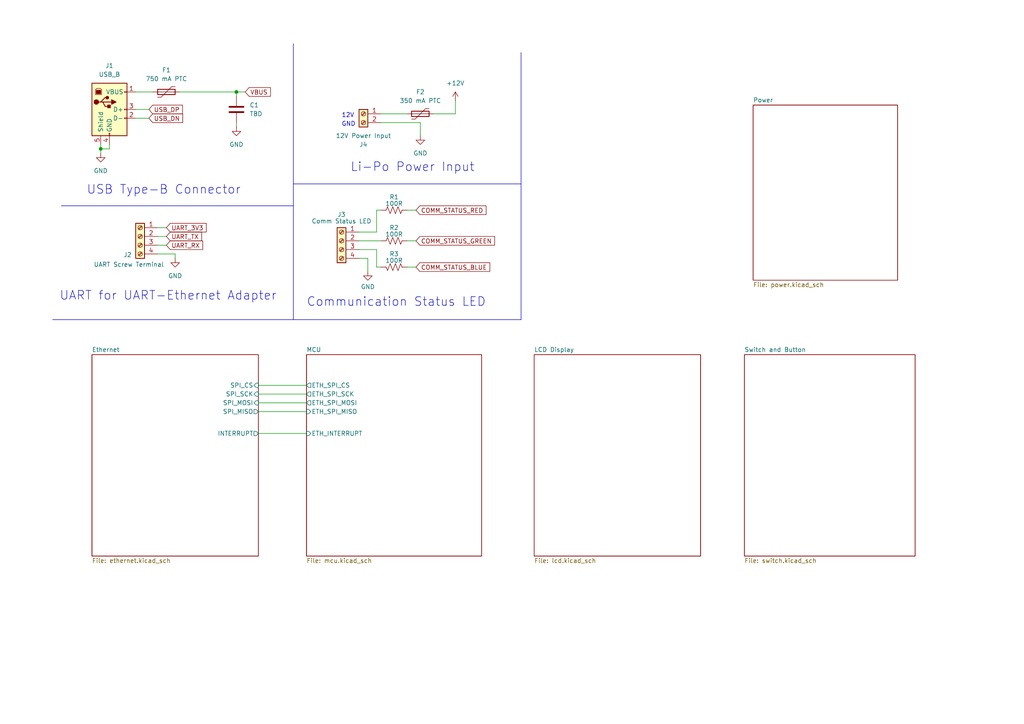
<source format=kicad_sch>
(kicad_sch (version 20231120) (generator "eeschema") (generator_version "8.0")
  (paper "A4")
  (title_block (title "Top level connection and connectors") (date "2025-03-19"))
  (lib_symbols
    (symbol "Connector:Screw_Terminal_01x02" (pin_names (offset 1.016) hide)
      (property "Reference" "J" (at 0 2.54 0))
      (property "Value" "Screw_Terminal_01x02" (at 0 -5.08 0))
      (symbol "Screw_Terminal_01x02_1_1"
        (rectangle (start -1.27 1.27) (end 1.27 -3.81) (stroke (width 0.254)) (fill (type background)))
        (circle (center 0 -2.54) (radius 0.635) (stroke (width 0.1524)))
        (polyline (pts (xy -0.5334 -2.2098) (xy 0.3302 -3.048)) (stroke (width 0.1524)))
        (polyline (pts (xy -0.5334 0.3302) (xy 0.3302 -0.508)) (stroke (width 0.1524)))
        (polyline (pts (xy -0.3556 -2.032) (xy 0.508 -2.8702)) (stroke (width 0.1524)))
        (polyline (pts (xy -0.3556 0.508) (xy 0.508 -0.3302)) (stroke (width 0.1524)))
        (circle (center 0 0) (radius 0.635) (stroke (width 0.1524)))
        (pin passive line (at -5.08 0 0) (length 3.81) (name "Pin_1") (number "1"))
        (pin passive line (at -5.08 -2.54 0) (length 3.81) (name "Pin_2") (number "2"))
      )
    )
    (symbol "Connector:Screw_Terminal_01x04" (pin_names (offset 1.016) hide)
      (property "Reference" "J" (at 0 5.08 0))
      (property "Value" "Screw_Terminal_01x04" (at 0 -7.62 0))
      (symbol "Screw_Terminal_01x04_1_1"
        (rectangle (start -1.27 3.81) (end 1.27 -6.35) (stroke (width 0.254)) (fill (type background)))
        (circle (center 0 -5.08) (radius 0.635) (stroke (width 0.1524)))
        (circle (center 0 -2.54) (radius 0.635) (stroke (width 0.1524)))
        (polyline (pts (xy -0.5334 -4.7498) (xy 0.3302 -5.588)) (stroke (width 0.1524)))
        (polyline (pts (xy -0.5334 -2.2098) (xy 0.3302 -3.048)) (stroke (width 0.1524)))
        (polyline (pts (xy -0.5334 0.3302) (xy 0.3302 -0.508)) (stroke (width 0.1524)))
        (polyline (pts (xy -0.5334 2.8702) (xy 0.3302 2.032)) (stroke (width 0.1524)))
        (polyline (pts (xy -0.3556 -4.572) (xy 0.508 -5.4102)) (stroke (width 0.1524)))
        (polyline (pts (xy -0.3556 -2.032) (xy 0.508 -2.8702)) (stroke (width 0.1524)))
        (polyline (pts (xy -0.3556 0.508) (xy 0.508 -0.3302)) (stroke (width 0.1524)))
        (polyline (pts (xy -0.3556 3.048) (xy 0.508 2.2098)) (stroke (width 0.1524)))
        (circle (center 0 0) (radius 0.635) (stroke (width 0.1524)))
        (circle (center 0 2.54) (radius 0.635) (stroke (width 0.1524)))
        (pin passive line (at -5.08 2.54 0) (length 3.81) (name "Pin_1") (number "1"))
        (pin passive line (at -5.08 0 0) (length 3.81) (name "Pin_2") (number "2"))
        (pin passive line (at -5.08 -2.54 0) (length 3.81) (name "Pin_3") (number "3"))
        (pin passive line (at -5.08 -5.08 0) (length 3.81) (name "Pin_4") (number "4"))
      )
    )
    (symbol "Connector:USB_B" (pin_names (offset 1.016))
      (property "Reference" "J" (at -5.08 11.43 0))
      (property "Value" "USB_B" (at -5.08 8.89 0))
      (symbol "USB_B_0_1"
        (rectangle (start -5.08 -7.62) (end 5.08 7.62) (stroke (width 0.254)) (fill (type background)))
        (circle (center -3.81 2.159) (radius 0.635) (stroke (width 0.254)) (fill (type outline)))
        (rectangle (start -3.81 5.588) (end -2.54 4.572) (fill (type outline)))
        (circle (center -0.635 3.429) (radius 0.381) (stroke (width 0.254)) (fill (type outline)))
        (rectangle (start -0.127 -7.62) (end 0.127 -6.858))
        (polyline (pts (xy -1.905 2.159) (xy 0.635 2.159)) (stroke (width 0.254)))
        (polyline (pts (xy -3.175 2.159) (xy -2.54 2.159) (xy -1.27 3.429) (xy -0.635 3.429)) (stroke (width 0.254)))
        (polyline (pts (xy -2.54 2.159) (xy -1.905 2.159) (xy -1.27 0.889) (xy 0 0.889)) (stroke (width 0.254)))
        (polyline (pts (xy 0.635 2.794) (xy 0.635 1.524) (xy 1.905 2.159) (xy 0.635 2.794)) (stroke (width 0.254)) (fill (type outline)))
        (polyline (pts (xy -4.064 4.318) (xy -2.286 4.318) (xy -2.286 5.715) (xy -2.667 6.096) (xy -3.683 6.096) (xy -4.064 5.715) (xy -4.064 4.318)))
        (rectangle (start 0.254 1.27) (end -0.508 0.508) (stroke (width 0.254)) (fill (type outline)))
        (rectangle (start 5.08 -2.667) (end 4.318 -2.413))
        (rectangle (start 5.08 -0.127) (end 4.318 0.127))
        (rectangle (start 5.08 4.953) (end 4.318 5.207))
      )
      (symbol "USB_B_1_1"
        (pin power_out line (at 7.62 5.08 180) (length 2.54) (name "VBUS") (number "1"))
        (pin bidirectional line (at 7.62 -2.54 180) (length 2.54) (name "D-") (number "2"))
        (pin bidirectional line (at 7.62 0 180) (length 2.54) (name "D+") (number "3"))
        (pin power_out line (at 0 -10.16 90) (length 2.54) (name "GND") (number "4"))
        (pin passive line (at -2.54 -10.16 90) (length 2.54) (name "Shield") (number "5"))
      )
    )
    (symbol "Device:C" (pin_numbers hide) (pin_names (offset 0.254))
      (property "Reference" "C" (at 0.635 2.54 0))
      (property "Value" "C" (at 0.635 -2.54 0))
      (symbol "C_0_1"
        (polyline (pts (xy -2.032 -0.762) (xy 2.032 -0.762)) (stroke (width 0.508)))
        (polyline (pts (xy -2.032 0.762) (xy 2.032 0.762)) (stroke (width 0.508)))
      )
      (symbol "C_1_1"
        (pin passive line (at 0 3.81 270) (length 2.794) (name "~") (number "1"))
        (pin passive line (at 0 -3.81 90) (length 2.794) (name "~") (number "2"))
      )
    )
    (symbol "Device:Polyfuse" (pin_numbers hide) (pin_names (offset 0))
      (property "Reference" "F" (at -2.54 0 90))
      (property "Value" "Polyfuse" (at 2.54 0 90))
      (symbol "Polyfuse_0_1"
        (rectangle (start -0.762 2.54) (end 0.762 -2.54) (stroke (width 0.254)))
        (polyline (pts (xy 0 2.54) (xy 0 -2.54)))
        (polyline (pts (xy -1.524 2.54) (xy -1.524 1.524) (xy 1.524 -1.524) (xy 1.524 -2.54)))
      )
      (symbol "Polyfuse_1_1"
        (pin passive line (at 0 3.81 270) (length 1.27) (name "~") (number "1"))
        (pin passive line (at 0 -3.81 90) (length 1.27) (name "~") (number "2"))
      )
    )
    (symbol "Device:R_US" (pin_numbers hide) (pin_names (offset 0))
      (property "Reference" "R" (at 2.54 0 90))
      (property "Value" "R_US" (at -2.54 0 90))
      (symbol "R_US_0_1"
        (polyline (pts (xy 0 -2.286) (xy 0 -2.54)))
        (polyline (pts (xy 0 2.286) (xy 0 2.54)))
        (polyline (pts (xy 0 -0.762) (xy 1.016 -1.143) (xy 0 -1.524) (xy -1.016 -1.905) (xy 0 -2.286)))
        (polyline (pts (xy 0 0.762) (xy 1.016 0.381) (xy 0 0) (xy -1.016 -0.381) (xy 0 -0.762)))
        (polyline (pts (xy 0 2.286) (xy 1.016 1.905) (xy 0 1.524) (xy -1.016 1.143) (xy 0 0.762)))
      )
      (symbol "R_US_1_1"
        (pin passive line (at 0 3.81 270) (length 1.27) (name "~") (number "1"))
        (pin passive line (at 0 -3.81 90) (length 1.27) (name "~") (number "2"))
      )
    )
    (symbol "power:+12V" (power) (pin_numbers hide) (pin_names (offset 0) hide)
      (property "Value" "+12V" (at 0 3.556 0))
      (symbol "+12V_0_1"
        (polyline (pts (xy -0.762 1.27) (xy 0 2.54)))
        (polyline (pts (xy 0 0) (xy 0 2.54)))
        (polyline (pts (xy 0 2.54) (xy 0.762 1.27)))
      )
      (symbol "+12V_1_1"
        (pin power_in line (at 0 0 90) (length 0) (name "~") (number "1"))
      )
    )
    (symbol "power:GND" (power) (pin_numbers hide) (pin_names (offset 0) hide)
      (property "Value" "GND" (at 0 -3.81 0))
      (symbol "GND_0_1"
        (polyline (pts (xy 0 0) (xy 0 -1.27) (xy 1.27 -1.27) (xy 0 -2.54) (xy -1.27 -1.27) (xy 0 -1.27)))
      )
      (symbol "GND_1_1"
        (pin power_in line (at 0 0 270) (length 0) (name "~") (number "1"))
      )
    )
  )
  (junction (at 29.21 43.18))
  (junction (at 68.58 26.67))
  (wire (pts (xy 68.58 35.56) (xy 68.58 36.83)))
  (wire (pts (xy 74.93 125.73) (xy 88.9 125.73)))
  (wire (pts (xy 74.93 116.84) (xy 88.9 116.84)))
  (wire (pts (xy 39.37 34.29) (xy 43.18 34.29)))
  (wire (pts (xy 68.58 26.67) (xy 71.12 26.67)))
  (wire (pts (xy 52.07 26.67) (xy 68.58 26.67)))
  (wire (pts (xy 50.8 74.93) (xy 50.8 73.66)))
  (wire (pts (xy 106.68 74.93) (xy 106.68 78.74)))
  (wire (pts (xy 45.72 66.04) (xy 48.26 66.04)))
  (wire (pts (xy 104.14 67.31) (xy 109.22 67.31)))
  (wire (pts (xy 109.22 60.96) (xy 109.22 67.31)))
  (wire (pts (xy 104.14 69.85) (xy 110.49 69.85)))
  (wire (pts (xy 118.11 60.96) (xy 120.65 60.96)))
  (wire (pts (xy 110.49 35.56) (xy 121.92 35.56)))
  (wire (pts (xy 50.8 73.66) (xy 45.72 73.66)))
  (wire (pts (xy 125.73 33.02) (xy 132.08 33.02)))
  (polyline (pts (xy 15.24 92.71) (xy 85.09 92.71)))
  (wire (pts (xy 29.21 41.91) (xy 29.21 43.18)))
  (polyline (pts (xy 85.09 53.34) (xy 151.13 53.34)))
  (wire (pts (xy 104.14 74.93) (xy 106.68 74.93)))
  (wire (pts (xy 74.93 114.3) (xy 88.9 114.3)))
  (wire (pts (xy 104.14 72.39) (xy 109.22 72.39)))
  (wire (pts (xy 39.37 26.67) (xy 44.45 26.67)))
  (wire (pts (xy 74.93 111.76) (xy 88.9 111.76)))
  (wire (pts (xy 31.75 41.91) (xy 31.75 43.18)))
  (wire (pts (xy 68.58 26.67) (xy 68.58 27.94)))
  (polyline (pts (xy 151.13 15.24) (xy 151.13 92.71)))
  (wire (pts (xy 118.11 69.85) (xy 120.65 69.85)))
  (wire (pts (xy 48.26 71.12) (xy 45.72 71.12)))
  (wire (pts (xy 39.37 31.75) (xy 43.18 31.75)))
  (wire (pts (xy 121.92 35.56) (xy 121.92 39.37)))
  (wire (pts (xy 48.26 68.58) (xy 45.72 68.58)))
  (polyline (pts (xy 151.13 92.71) (xy 85.09 92.71)))
  (wire (pts (xy 74.93 119.38) (xy 88.9 119.38)))
  (polyline (pts (xy 85.09 12.7) (xy 85.09 92.71)))
  (wire (pts (xy 109.22 72.39) (xy 109.22 77.47)))
  (wire (pts (xy 132.08 33.02) (xy 132.08 29.21)))
  (wire (pts (xy 118.11 77.47) (xy 120.65 77.47)))
  (wire (pts (xy 109.22 77.47) (xy 110.49 77.47)))
  (wire (pts (xy 31.75 43.18) (xy 29.21 43.18)))
  (wire (pts (xy 110.49 33.02) (xy 118.11 33.02)))
  (polyline (pts (xy 17.78 59.69) (xy 85.09 59.69)))
  (wire (pts (xy 29.21 43.18) (xy 29.21 44.45)))
  (wire (pts (xy 109.22 60.96) (xy 110.49 60.96)))
  (text "Li-Po Power Input" (at 101.6 50.038 0) (effects (font (size 2.54 2.54)) (justify left bottom)))
  (text "UART for UART-Ethernet Adapter" (at 48.768 85.852 0) (effects (font (size 2.54 2.54))))
  (text "GND" (at 99.06 36.83 0) (effects (font (size 1.27 1.27)) (justify left bottom)))
  (text "Communication Status LED" (at 88.9 89.154 0) (effects (font (size 2.54 2.54)) (justify left bottom)))
  (text "12V" (at 99.06 34.29 0) (effects (font (size 1.27 1.27)) (justify left bottom)))
  (text "USB Type-B Connector" (at 47.498 55.118 0) (effects (font (size 2.54 2.54))))
  (global_label "USB_DP" (shape input) (at 43.18 31.75 0) (property "Intersheetrefs" "${INTERSHEET_REFS}" (effects (hide yes))))
  (global_label "VBUS" (shape input) (at 71.12 26.67 0) (property "Intersheetrefs" "${INTERSHEET_REFS}" (effects (hide yes))))
  (global_label "COMM_STATUS_BLUE" (shape input) (at 120.65 77.47 0) (property "Intersheetrefs" "${INTERSHEET_REFS}" (effects (hide yes))))
  (global_label "USB_DN" (shape input) (at 43.18 34.29 0) (property "Intersheetrefs" "${INTERSHEET_REFS}" (effects (hide yes))))
  (global_label "UART_RX" (shape input) (at 48.26 71.12 0) (property "Intersheetrefs" "${INTERSHEET_REFS}" (effects (hide yes))))
  (global_label "UART_3V3" (shape input) (at 48.26 66.04 0) (property "Intersheetrefs" "${INTERSHEET_REFS}" (effects (hide yes))))
  (global_label "UART_TX" (shape input) (at 48.26 68.58 0) (property "Intersheetrefs" "${INTERSHEET_REFS}" (effects (hide yes))))
  (global_label "COMM_STATUS_RED" (shape input) (at 120.65 60.96 0) (property "Intersheetrefs" "${INTERSHEET_REFS}" (effects (hide yes))))
  (global_label "COMM_STATUS_GREEN" (shape input) (at 120.65 69.85 0) (property "Intersheetrefs" "${INTERSHEET_REFS}" (effects (hide yes))))
  (symbol (lib_id "power:GND") (at 106.68 78.74 0) (unit 1)
    (property "Reference" "#PWR04" (effects (hide yes)))
    (property "Value" "GND" (at 106.68 83.185 0))
  )
  (symbol (lib_id "Device:R_US") (at 114.3 69.85 90) (unit 1)
    (property "Reference" "R2" (at 114.3 66.04 90))
    (property "Value" "100R" (at 114.3 67.945 90))
    (property "Footprint" "Resistor_SMD:R_0805_2012Metric_Pad1.20x1.40mm_HandSolder" (effects (hide yes)))
  )
  (symbol (lib_id "power:GND") (at 50.8 74.93 0) (mirror y) (unit 1)
    (property "Reference" "#PWR02" (effects (hide yes)))
    (property "Value" "GND" (at 50.8 80.01 0))
    (property "Description" "Power symbol creates a global label with name \"GND\" , ground" (effects (hide yes)))
  )
  (symbol (lib_id "Device:Polyfuse") (at 121.92 33.02 90) (unit 1)
    (property "Reference" "F2" (at 121.92 26.67 90))
    (property "Value" "350 mA PTC" (at 121.92 29.21 90))
    (property "Description" "Resettable fuse, polymeric positive temperature coefficient" (effects (hide yes)))
  )
  (symbol (lib_id "power:GND") (at 29.21 44.45 0) (unit 1)
    (property "Reference" "#PWR01" (effects (hide yes)))
    (property "Value" "GND" (at 29.21 49.53 0))
    (property "Description" "Power symbol creates a global label with name \"GND\" , ground" (effects (hide yes)))
  )
  (symbol (lib_id "Connector:Screw_Terminal_01x02") (at 105.41 33.02 0) (mirror y) (unit 1)
    (property "Reference" "J4" (at 105.41 41.91 0))
    (property "Value" "12V Power Input" (at 105.41 39.37 0))
    (property "Footprint" "TerminalBlock_Phoenix:TerminalBlock_Phoenix_MKDS-1,5-2-5.08_1x02_P5.08mm_Horizontal" (effects (hide yes)))
  )
  (symbol (lib_id "Device:R_US") (at 114.3 77.47 90) (mirror x) (unit 1)
    (property "Reference" "R3" (at 114.3 73.66 90))
    (property "Value" "100R" (at 114.3 75.565 90))
    (property "Footprint" "Resistor_SMD:R_0805_2012Metric_Pad1.20x1.40mm_HandSolder" (effects (hide yes)))
  )
  (symbol (lib_id "power:GND") (at 121.92 39.37 0) (unit 1)
    (property "Reference" "#PWR05" (effects (hide yes)))
    (property "Value" "GND" (at 121.92 44.45 0))
  )
  (symbol (lib_id "Device:C") (at 68.58 31.75 0) (unit 1)
    (property "Reference" "C1" (at 72.39 30.4799 0) (effects (justify left)))
    (property "Value" "TBD" (at 72.39 33.0199 0) (effects (justify left)))
    (property "Footprint" "Capacitor_SMD:C_0805_2012Metric_Pad1.18x1.45mm_HandSolder" (effects (hide yes)))
    (property "Description" "Unpolarized capacitor" (effects (hide yes)))
  )
  (symbol (lib_id "Connector:USB_B") (at 31.75 31.75 0) (unit 1)
    (property "Reference" "J1" (at 31.75 19.05 0))
    (property "Value" "USB_B" (at 31.75 21.59 0))
    (property "Description" "USB Type B connector" (effects (hide yes)))
  )
  (symbol (lib_id "Connector:Screw_Terminal_01x04") (at 40.64 68.58 0) (mirror y) (unit 1)
    (property "Reference" "J2" (at 35.814 73.914 0) (effects (justify right)))
    (property "Value" "UART Screw Terminal" (at 27.178 76.708 0) (effects (justify right)))
    (property "Description" "Generic screw terminal, single row, 01x04, script generated (kicad-library-utils/schlib/autogen/connector/)" (effects (hide yes)))
  )
  (symbol (lib_id "power:GND") (at 68.58 36.83 0) (unit 1)
    (property "Reference" "#PWR03" (effects (hide yes)))
    (property "Value" "GND" (at 68.58 41.91 0))
    (property "Description" "Power symbol creates a global label with name \"GND\" , ground" (effects (hide yes)))
  )
  (symbol (lib_id "power:+12V") (at 132.08 29.21 0) (unit 1)
    (property "Reference" "#PWR06" (effects (hide yes)))
    (property "Value" "+12V" (at 132.08 24.13 0))
  )
  (symbol (lib_id "Device:Polyfuse") (at 48.26 26.67 90) (unit 1)
    (property "Reference" "F1" (at 48.26 20.32 90))
    (property "Value" "750 mA PTC" (at 48.26 22.86 90))
    (property "Description" "Resettable fuse, polymeric positive temperature coefficient" (effects (hide yes)))
  )
  (symbol (lib_id "Connector:Screw_Terminal_01x04") (at 99.06 69.85 0) (mirror y) (unit 1)
    (property "Reference" "J3" (at 99.06 62.23 0))
    (property "Value" "Comm Status LED" (at 99.06 64.135 0))
    (property "Footprint" "TerminalBlock_Phoenix:TerminalBlock_Phoenix_MKDS-1,5-4-5.08_1x04_P5.08mm_Horizontal" (effects (hide yes)))
  )
  (symbol (lib_id "Device:R_US") (at 114.3 60.96 90) (unit 1)
    (property "Reference" "R1" (at 114.3 57.15 90))
    (property "Value" "100R" (at 114.3 59.055 90))
    (property "Footprint" "Resistor_SMD:R_0805_2012Metric_Pad1.20x1.40mm_HandSolder" (effects (hide yes)))
  )
  (sheet (at 154.94 102.87) (size 48.26 58.42) (stroke (width 0.1524))
    (property "Sheetname" "LCD Display" (at 154.94 102.1584 0) (effects (justify left bottom)))
    (property "Sheetfile" "lcd.kicad_sch" (at 154.94 161.8746 0) (effects (justify left top)))
  )
  (sheet (at 218.44 30.48) (size 41.91 50.8) (stroke (width 0.1524))
    (property "Sheetname" "Power" (at 218.44 29.7684 0) (effects (justify left bottom)))
    (property "Sheetfile" "power.kicad_sch" (at 218.44 81.8646 0) (effects (justify left top)))
  )
  (sheet (at 215.9 102.87) (size 49.53 58.42) (stroke (width 0.1524))
    (property "Sheetname" "Switch and Button" (at 215.9 102.1584 0) (effects (justify left bottom)))
    (property "Sheetfile" "switch.kicad_sch" (at 215.9 161.8746 0) (effects (justify left top)))
  )
  (sheet (at 88.9 102.87) (size 50.8 58.42) (stroke (width 0.1524))
    (property "Sheetname" "MCU" (at 88.9 102.1584 0) (effects (justify left bottom)))
    (property "Sheetfile" "mcu.kicad_sch" (at 88.9 161.8746 0) (effects (justify left top)))
    (pin "ETH_SPI_MISO" input (at 88.9 119.38 180))
    (pin "ETH_SPI_CS" output (at 88.9 111.76 180))
    (pin "ETH_SPI_SCK" output (at 88.9 114.3 180))
    (pin "ETH_SPI_MOSI" output (at 88.9 116.84 180))
    (pin "ETH_INTERRUPT" input (at 88.9 125.73 180))
  )
  (sheet (at 26.67 102.87) (size 48.26 58.42) (stroke (width 0.1524))
    (property "Sheetname" "Ethernet" (at 26.67 102.1584 0) (effects (justify left bottom)))
    (property "Sheetfile" "ethernet.kicad_sch" (at 26.67 161.8746 0) (effects (justify left top)))
    (pin "SPI_MOSI" input (at 74.93 116.84 0))
    (pin "SPI_SCK" input (at 74.93 114.3 0))
    (pin "SPI_CS" input (at 74.93 111.76 0))
    (pin "INTERRUPT" output (at 74.93 125.73 0))
    (pin "SPI_MISO" output (at 74.93 119.38 0))
  )
)
</source>
